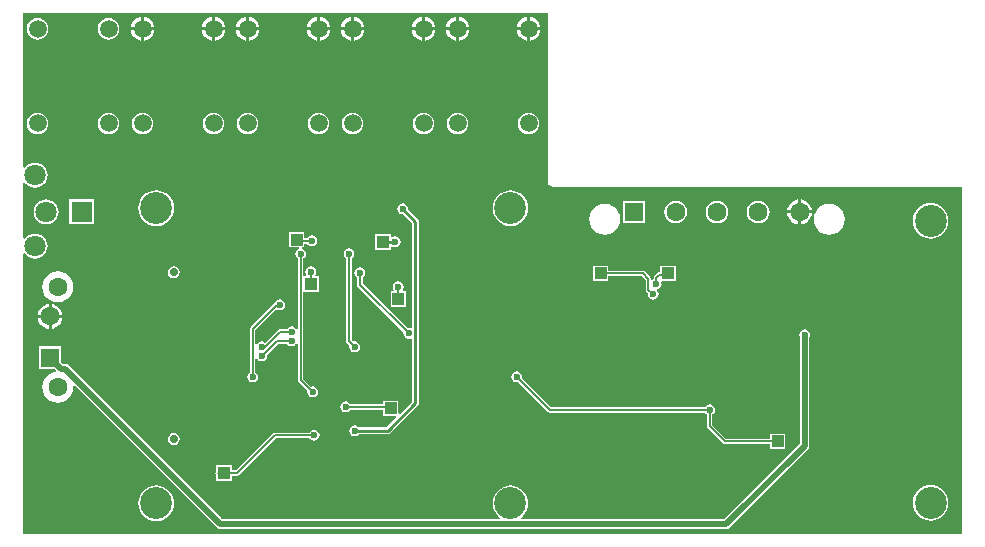
<source format=gbl>
G04*
G04 #@! TF.GenerationSoftware,Altium Limited,Altium Designer,20.0.9 (164)*
G04*
G04 Layer_Physical_Order=2*
G04 Layer_Color=16711680*
%FSLAX25Y25*%
%MOIN*%
G70*
G01*
G75*
%ADD11C,0.01968*%
%ADD13C,0.01000*%
%ADD58R,0.03937X0.03937*%
%ADD61C,0.00606*%
%ADD63R,0.07087X0.07087*%
%ADD64C,0.07087*%
%ADD65R,0.06299X0.06299*%
%ADD66C,0.06299*%
%ADD67R,0.06299X0.06299*%
%ADD68C,0.10630*%
%ADD69C,0.05906*%
%ADD70C,0.02756*%
%ADD71C,0.05000*%
%ADD72C,0.02362*%
G36*
X176369Y119000D02*
X176493Y118376D01*
X176847Y117847D01*
X177376Y117493D01*
X178000Y117369D01*
X314369D01*
Y1631D01*
X1631Y1631D01*
X1631Y94982D01*
X2131Y95151D01*
X2533Y94628D01*
X3399Y93963D01*
X4407Y93546D01*
X5488Y93404D01*
X6570Y93546D01*
X7578Y93963D01*
X8443Y94628D01*
X9107Y95493D01*
X9525Y96501D01*
X9667Y97583D01*
X9525Y98664D01*
X9107Y99672D01*
X8443Y100538D01*
X7578Y101202D01*
X6570Y101619D01*
X5488Y101762D01*
X4407Y101619D01*
X3399Y101202D01*
X2533Y100538D01*
X2131Y100014D01*
X1631Y100184D01*
Y118604D01*
X2131Y118773D01*
X2533Y118250D01*
X3399Y117586D01*
X4407Y117168D01*
X5488Y117026D01*
X6570Y117168D01*
X7578Y117586D01*
X8443Y118250D01*
X9107Y119115D01*
X9525Y120123D01*
X9667Y121205D01*
X9525Y122286D01*
X9107Y123294D01*
X8443Y124160D01*
X7578Y124824D01*
X6570Y125241D01*
X5488Y125384D01*
X4407Y125241D01*
X3399Y124824D01*
X2533Y124160D01*
X2131Y123636D01*
X1631Y123806D01*
Y175369D01*
X176369Y175369D01*
Y119000D01*
D02*
G37*
%LPC*%
G36*
X146878Y173921D02*
Y170500D01*
X150299D01*
X150229Y171032D01*
X149831Y171993D01*
X149197Y172819D01*
X148371Y173453D01*
X147410Y173851D01*
X146878Y173921D01*
D02*
G37*
G36*
X111878D02*
Y170500D01*
X115299D01*
X115229Y171032D01*
X114831Y171993D01*
X114197Y172819D01*
X113371Y173453D01*
X112410Y173851D01*
X111878Y173921D01*
D02*
G37*
G36*
X76878D02*
Y170500D01*
X80299D01*
X80229Y171032D01*
X79831Y171993D01*
X79197Y172819D01*
X78371Y173453D01*
X77410Y173851D01*
X76878Y173921D01*
D02*
G37*
G36*
X110878D02*
X110346Y173851D01*
X109385Y173453D01*
X108559Y172819D01*
X107925Y171993D01*
X107527Y171032D01*
X107457Y170500D01*
X110878D01*
Y173921D01*
D02*
G37*
G36*
X145878D02*
X145346Y173851D01*
X144385Y173453D01*
X143559Y172819D01*
X142925Y171993D01*
X142527Y171032D01*
X142457Y170500D01*
X145878D01*
Y173921D01*
D02*
G37*
G36*
X75878D02*
X75346Y173851D01*
X74384Y173453D01*
X73559Y172819D01*
X72925Y171993D01*
X72527Y171032D01*
X72457Y170500D01*
X75878D01*
Y173921D01*
D02*
G37*
G36*
X170500D02*
Y170500D01*
X173921D01*
X173851Y171032D01*
X173453Y171993D01*
X172819Y172819D01*
X171993Y173453D01*
X171032Y173851D01*
X170500Y173921D01*
D02*
G37*
G36*
X135500D02*
Y170500D01*
X138921D01*
X138851Y171032D01*
X138453Y171993D01*
X137819Y172819D01*
X136993Y173453D01*
X136032Y173851D01*
X135500Y173921D01*
D02*
G37*
G36*
X100500D02*
Y170500D01*
X103921D01*
X103851Y171032D01*
X103453Y171993D01*
X102819Y172819D01*
X101993Y173453D01*
X101032Y173851D01*
X100500Y173921D01*
D02*
G37*
G36*
X65500D02*
Y170500D01*
X68921D01*
X68851Y171032D01*
X68453Y171993D01*
X67819Y172819D01*
X66993Y173453D01*
X66032Y173851D01*
X65500Y173921D01*
D02*
G37*
G36*
X41878D02*
Y170500D01*
X45299D01*
X45229Y171032D01*
X44831Y171993D01*
X44197Y172819D01*
X43371Y173453D01*
X42410Y173851D01*
X41878Y173921D01*
D02*
G37*
G36*
X169500D02*
X168968Y173851D01*
X168007Y173453D01*
X167181Y172819D01*
X166547Y171993D01*
X166149Y171032D01*
X166079Y170500D01*
X169500D01*
Y173921D01*
D02*
G37*
G36*
X134500D02*
X133968Y173851D01*
X133007Y173453D01*
X132181Y172819D01*
X131547Y171993D01*
X131149Y171032D01*
X131079Y170500D01*
X134500D01*
Y173921D01*
D02*
G37*
G36*
X99500D02*
X98968Y173851D01*
X98007Y173453D01*
X97181Y172819D01*
X96547Y171993D01*
X96149Y171032D01*
X96079Y170500D01*
X99500D01*
Y173921D01*
D02*
G37*
G36*
X64500D02*
X63968Y173851D01*
X63007Y173453D01*
X62181Y172819D01*
X61547Y171993D01*
X61149Y171032D01*
X61079Y170500D01*
X64500D01*
Y173921D01*
D02*
G37*
G36*
X40878D02*
X40346Y173851D01*
X39384Y173453D01*
X38559Y172819D01*
X37925Y171993D01*
X37527Y171032D01*
X37457Y170500D01*
X40878D01*
Y173921D01*
D02*
G37*
G36*
X30000Y173583D02*
X29073Y173461D01*
X28208Y173103D01*
X27466Y172534D01*
X26897Y171792D01*
X26539Y170927D01*
X26417Y170000D01*
X26539Y169073D01*
X26897Y168208D01*
X27466Y167466D01*
X28208Y166897D01*
X29073Y166539D01*
X30000Y166417D01*
X30927Y166539D01*
X31792Y166897D01*
X32534Y167466D01*
X33103Y168208D01*
X33461Y169073D01*
X33583Y170000D01*
X33461Y170927D01*
X33103Y171792D01*
X32534Y172534D01*
X31792Y173103D01*
X30927Y173461D01*
X30000Y173583D01*
D02*
G37*
G36*
X6378D02*
X5451Y173461D01*
X4586Y173103D01*
X3844Y172534D01*
X3275Y171792D01*
X2917Y170927D01*
X2795Y170000D01*
X2917Y169073D01*
X3275Y168208D01*
X3844Y167466D01*
X4586Y166897D01*
X5451Y166539D01*
X6378Y166417D01*
X7305Y166539D01*
X8170Y166897D01*
X8912Y167466D01*
X9481Y168208D01*
X9839Y169073D01*
X9961Y170000D01*
X9839Y170927D01*
X9481Y171792D01*
X8912Y172534D01*
X8170Y173103D01*
X7305Y173461D01*
X6378Y173583D01*
D02*
G37*
G36*
X150299Y169500D02*
X146878D01*
Y166079D01*
X147410Y166149D01*
X148371Y166547D01*
X149197Y167181D01*
X149831Y168007D01*
X150229Y168968D01*
X150299Y169500D01*
D02*
G37*
G36*
X115299D02*
X111878D01*
Y166079D01*
X112410Y166149D01*
X113371Y166547D01*
X114197Y167181D01*
X114831Y168007D01*
X115229Y168968D01*
X115299Y169500D01*
D02*
G37*
G36*
X80299D02*
X76878D01*
Y166079D01*
X77410Y166149D01*
X78371Y166547D01*
X79197Y167181D01*
X79831Y168007D01*
X80229Y168968D01*
X80299Y169500D01*
D02*
G37*
G36*
X103921Y169500D02*
X100500D01*
Y166079D01*
X101032Y166149D01*
X101993Y166547D01*
X102819Y167181D01*
X103453Y168007D01*
X103851Y168968D01*
X103921Y169500D01*
D02*
G37*
G36*
X173921D02*
X170500D01*
Y166079D01*
X171032Y166149D01*
X171993Y166547D01*
X172819Y167181D01*
X173453Y168007D01*
X173851Y168968D01*
X173921Y169500D01*
D02*
G37*
G36*
X138921D02*
X135500D01*
Y166079D01*
X136032Y166149D01*
X136993Y166547D01*
X137819Y167181D01*
X138453Y168007D01*
X138851Y168968D01*
X138921Y169500D01*
D02*
G37*
G36*
X68921D02*
X65500D01*
Y166079D01*
X66032Y166149D01*
X66993Y166547D01*
X67819Y167181D01*
X68453Y168007D01*
X68851Y168968D01*
X68921Y169500D01*
D02*
G37*
G36*
X45299D02*
X41878D01*
Y166079D01*
X42410Y166149D01*
X43371Y166547D01*
X44197Y167181D01*
X44831Y168007D01*
X45229Y168968D01*
X45299Y169500D01*
D02*
G37*
G36*
X64500D02*
X61079D01*
X61149Y168968D01*
X61547Y168007D01*
X62181Y167181D01*
X63007Y166547D01*
X63968Y166149D01*
X64500Y166079D01*
Y169500D01*
D02*
G37*
G36*
X40878D02*
X37457D01*
X37527Y168968D01*
X37925Y168007D01*
X38559Y167181D01*
X39384Y166547D01*
X40346Y166149D01*
X40878Y166079D01*
Y169500D01*
D02*
G37*
G36*
X169500D02*
X166079D01*
X166149Y168968D01*
X166547Y168007D01*
X167181Y167181D01*
X168007Y166547D01*
X168968Y166149D01*
X169500Y166079D01*
Y169500D01*
D02*
G37*
G36*
X134500D02*
X131079D01*
X131149Y168968D01*
X131547Y168007D01*
X132181Y167181D01*
X133007Y166547D01*
X133968Y166149D01*
X134500Y166079D01*
Y169500D01*
D02*
G37*
G36*
X99500D02*
X96079D01*
X96149Y168968D01*
X96547Y168007D01*
X97181Y167181D01*
X98007Y166547D01*
X98968Y166149D01*
X99500Y166079D01*
Y169500D01*
D02*
G37*
G36*
X145878Y169500D02*
X142457D01*
X142527Y168968D01*
X142925Y168007D01*
X143559Y167181D01*
X144385Y166547D01*
X145346Y166149D01*
X145878Y166079D01*
Y169500D01*
D02*
G37*
G36*
X110878D02*
X107457D01*
X107527Y168968D01*
X107925Y168007D01*
X108559Y167181D01*
X109385Y166547D01*
X110346Y166149D01*
X110878Y166079D01*
Y169500D01*
D02*
G37*
G36*
X75878D02*
X72457D01*
X72527Y168968D01*
X72925Y168007D01*
X73559Y167181D01*
X74384Y166547D01*
X75346Y166149D01*
X75878Y166079D01*
Y169500D01*
D02*
G37*
G36*
X170000Y142087D02*
X169073Y141965D01*
X168208Y141607D01*
X167466Y141038D01*
X166897Y140296D01*
X166539Y139431D01*
X166417Y138504D01*
X166539Y137576D01*
X166897Y136712D01*
X167466Y135970D01*
X168208Y135401D01*
X169073Y135043D01*
X170000Y134921D01*
X170927Y135043D01*
X171792Y135401D01*
X172534Y135970D01*
X173103Y136712D01*
X173461Y137576D01*
X173583Y138504D01*
X173461Y139431D01*
X173103Y140296D01*
X172534Y141038D01*
X171792Y141607D01*
X170927Y141965D01*
X170000Y142087D01*
D02*
G37*
G36*
X146378D02*
X145450Y141965D01*
X144586Y141607D01*
X143844Y141038D01*
X143275Y140296D01*
X142917Y139431D01*
X142795Y138504D01*
X142917Y137576D01*
X143275Y136712D01*
X143844Y135970D01*
X144586Y135401D01*
X145450Y135043D01*
X146378Y134921D01*
X147305Y135043D01*
X148170Y135401D01*
X148912Y135970D01*
X149481Y136712D01*
X149839Y137576D01*
X149961Y138504D01*
X149839Y139431D01*
X149481Y140296D01*
X148912Y141038D01*
X148170Y141607D01*
X147305Y141965D01*
X146378Y142087D01*
D02*
G37*
G36*
X135000D02*
X134073Y141965D01*
X133208Y141607D01*
X132466Y141038D01*
X131897Y140296D01*
X131539Y139431D01*
X131417Y138504D01*
X131539Y137576D01*
X131897Y136712D01*
X132466Y135970D01*
X133208Y135401D01*
X134073Y135043D01*
X135000Y134921D01*
X135927Y135043D01*
X136792Y135401D01*
X137534Y135970D01*
X138103Y136712D01*
X138461Y137576D01*
X138583Y138504D01*
X138461Y139431D01*
X138103Y140296D01*
X137534Y141038D01*
X136792Y141607D01*
X135927Y141965D01*
X135000Y142087D01*
D02*
G37*
G36*
X111378D02*
X110450Y141965D01*
X109586Y141607D01*
X108844Y141038D01*
X108275Y140296D01*
X107917Y139431D01*
X107794Y138504D01*
X107917Y137576D01*
X108275Y136712D01*
X108844Y135970D01*
X109586Y135401D01*
X110450Y135043D01*
X111378Y134921D01*
X112305Y135043D01*
X113170Y135401D01*
X113912Y135970D01*
X114481Y136712D01*
X114839Y137576D01*
X114961Y138504D01*
X114839Y139431D01*
X114481Y140296D01*
X113912Y141038D01*
X113170Y141607D01*
X112305Y141965D01*
X111378Y142087D01*
D02*
G37*
G36*
X100000D02*
X99073Y141965D01*
X98208Y141607D01*
X97466Y141038D01*
X96897Y140296D01*
X96539Y139431D01*
X96417Y138504D01*
X96539Y137576D01*
X96897Y136712D01*
X97466Y135970D01*
X98208Y135401D01*
X99073Y135043D01*
X100000Y134921D01*
X100927Y135043D01*
X101792Y135401D01*
X102534Y135970D01*
X103103Y136712D01*
X103461Y137576D01*
X103583Y138504D01*
X103461Y139431D01*
X103103Y140296D01*
X102534Y141038D01*
X101792Y141607D01*
X100927Y141965D01*
X100000Y142087D01*
D02*
G37*
G36*
X76378D02*
X75450Y141965D01*
X74586Y141607D01*
X73844Y141038D01*
X73275Y140296D01*
X72917Y139431D01*
X72795Y138504D01*
X72917Y137576D01*
X73275Y136712D01*
X73844Y135970D01*
X74586Y135401D01*
X75450Y135043D01*
X76378Y134921D01*
X77305Y135043D01*
X78170Y135401D01*
X78912Y135970D01*
X79481Y136712D01*
X79839Y137576D01*
X79961Y138504D01*
X79839Y139431D01*
X79481Y140296D01*
X78912Y141038D01*
X78170Y141607D01*
X77305Y141965D01*
X76378Y142087D01*
D02*
G37*
G36*
X65000D02*
X64073Y141965D01*
X63208Y141607D01*
X62466Y141038D01*
X61897Y140296D01*
X61539Y139431D01*
X61417Y138504D01*
X61539Y137576D01*
X61897Y136712D01*
X62466Y135970D01*
X63208Y135401D01*
X64073Y135043D01*
X65000Y134921D01*
X65927Y135043D01*
X66792Y135401D01*
X67534Y135970D01*
X68103Y136712D01*
X68461Y137576D01*
X68583Y138504D01*
X68461Y139431D01*
X68103Y140296D01*
X67534Y141038D01*
X66792Y141607D01*
X65927Y141965D01*
X65000Y142087D01*
D02*
G37*
G36*
X41378D02*
X40451Y141965D01*
X39586Y141607D01*
X38844Y141038D01*
X38275Y140296D01*
X37917Y139431D01*
X37795Y138504D01*
X37917Y137576D01*
X38275Y136712D01*
X38844Y135970D01*
X39586Y135401D01*
X40451Y135043D01*
X41378Y134921D01*
X42305Y135043D01*
X43170Y135401D01*
X43912Y135970D01*
X44481Y136712D01*
X44839Y137576D01*
X44961Y138504D01*
X44839Y139431D01*
X44481Y140296D01*
X43912Y141038D01*
X43170Y141607D01*
X42305Y141965D01*
X41378Y142087D01*
D02*
G37*
G36*
X30000D02*
X29073Y141965D01*
X28208Y141607D01*
X27466Y141038D01*
X26897Y140296D01*
X26539Y139431D01*
X26417Y138504D01*
X26539Y137576D01*
X26897Y136712D01*
X27466Y135970D01*
X28208Y135401D01*
X29073Y135043D01*
X30000Y134921D01*
X30927Y135043D01*
X31792Y135401D01*
X32534Y135970D01*
X33103Y136712D01*
X33461Y137576D01*
X33583Y138504D01*
X33461Y139431D01*
X33103Y140296D01*
X32534Y141038D01*
X31792Y141607D01*
X30927Y141965D01*
X30000Y142087D01*
D02*
G37*
G36*
X6378D02*
X5451Y141965D01*
X4586Y141607D01*
X3844Y141038D01*
X3275Y140296D01*
X2917Y139431D01*
X2795Y138504D01*
X2917Y137576D01*
X3275Y136712D01*
X3844Y135970D01*
X4586Y135401D01*
X5451Y135043D01*
X6378Y134921D01*
X7305Y135043D01*
X8170Y135401D01*
X8912Y135970D01*
X9481Y136712D01*
X9839Y137576D01*
X9961Y138504D01*
X9839Y139431D01*
X9481Y140296D01*
X8912Y141038D01*
X8170Y141607D01*
X7305Y141965D01*
X6378Y142087D01*
D02*
G37*
G36*
X260839Y113120D02*
Y109500D01*
X264458D01*
X264381Y110083D01*
X263963Y111093D01*
X263298Y111960D01*
X262431Y112625D01*
X261422Y113043D01*
X260839Y113120D01*
D02*
G37*
G36*
X259839D02*
X259255Y113043D01*
X258246Y112625D01*
X257379Y111960D01*
X256714Y111093D01*
X256296Y110083D01*
X256219Y109500D01*
X259839D01*
Y113120D01*
D02*
G37*
G36*
X208970Y112750D02*
X201471D01*
Y105250D01*
X208970D01*
Y112750D01*
D02*
G37*
G36*
X246559Y112782D02*
X245580Y112653D01*
X244668Y112275D01*
X243885Y111674D01*
X243284Y110891D01*
X242906Y109979D01*
X242777Y109000D01*
X242906Y108021D01*
X243284Y107109D01*
X243885Y106326D01*
X244668Y105725D01*
X245580Y105347D01*
X246559Y105218D01*
X247538Y105347D01*
X248450Y105725D01*
X249233Y106326D01*
X249834Y107109D01*
X250212Y108021D01*
X250341Y109000D01*
X250212Y109979D01*
X249834Y110891D01*
X249233Y111674D01*
X248450Y112275D01*
X247538Y112653D01*
X246559Y112782D01*
D02*
G37*
G36*
X232780D02*
X231801Y112653D01*
X230889Y112275D01*
X230105Y111674D01*
X229504Y110891D01*
X229126Y109979D01*
X228998Y109000D01*
X229126Y108021D01*
X229504Y107109D01*
X230105Y106326D01*
X230889Y105725D01*
X231801Y105347D01*
X232780Y105218D01*
X233758Y105347D01*
X234670Y105725D01*
X235454Y106326D01*
X236055Y107109D01*
X236433Y108021D01*
X236561Y109000D01*
X236433Y109979D01*
X236055Y110891D01*
X235454Y111674D01*
X234670Y112275D01*
X233758Y112653D01*
X232780Y112782D01*
D02*
G37*
G36*
X219000D02*
X218021Y112653D01*
X217109Y112275D01*
X216326Y111674D01*
X215725Y110891D01*
X215347Y109979D01*
X215218Y109000D01*
X215347Y108021D01*
X215725Y107109D01*
X216326Y106326D01*
X217109Y105725D01*
X218021Y105347D01*
X219000Y105218D01*
X219979Y105347D01*
X220891Y105725D01*
X221674Y106326D01*
X222275Y107109D01*
X222653Y108021D01*
X222782Y109000D01*
X222653Y109979D01*
X222275Y110891D01*
X221674Y111674D01*
X220891Y112275D01*
X219979Y112653D01*
X219000Y112782D01*
D02*
G37*
G36*
X264458Y108500D02*
X260839D01*
Y104880D01*
X261422Y104957D01*
X262431Y105375D01*
X263298Y106041D01*
X263963Y106907D01*
X264381Y107917D01*
X264458Y108500D01*
D02*
G37*
G36*
X259839D02*
X256219D01*
X256296Y107917D01*
X256714Y106907D01*
X257379Y106041D01*
X258246Y105375D01*
X259255Y104957D01*
X259839Y104880D01*
Y108500D01*
D02*
G37*
G36*
X25143Y113143D02*
X16857D01*
Y104857D01*
X25143D01*
Y113143D01*
D02*
G37*
G36*
X9189Y113179D02*
X8107Y113037D01*
X7100Y112619D01*
X6234Y111955D01*
X5570Y111090D01*
X5152Y110082D01*
X5010Y109000D01*
X5152Y107918D01*
X5570Y106911D01*
X6234Y106045D01*
X7100Y105381D01*
X8107Y104963D01*
X9189Y104821D01*
X10271Y104963D01*
X11278Y105381D01*
X12144Y106045D01*
X12808Y106911D01*
X13226Y107918D01*
X13368Y109000D01*
X13226Y110082D01*
X12808Y111090D01*
X12144Y111955D01*
X11278Y112619D01*
X10271Y113037D01*
X9189Y113179D01*
D02*
G37*
G36*
X163953Y116211D02*
X162793Y116097D01*
X161678Y115759D01*
X160651Y115210D01*
X159750Y114471D01*
X159011Y113570D01*
X158462Y112542D01*
X158123Y111427D01*
X158009Y110268D01*
X158123Y109108D01*
X158462Y107993D01*
X159011Y106966D01*
X159750Y106065D01*
X160651Y105326D01*
X161678Y104777D01*
X162793Y104438D01*
X163953Y104324D01*
X165112Y104438D01*
X166227Y104777D01*
X167255Y105326D01*
X168156Y106065D01*
X168895Y106966D01*
X169444Y107993D01*
X169782Y109108D01*
X169896Y110268D01*
X169782Y111427D01*
X169444Y112542D01*
X168895Y113570D01*
X168156Y114471D01*
X167255Y115210D01*
X166227Y115759D01*
X165112Y116097D01*
X163953Y116211D01*
D02*
G37*
G36*
X45842D02*
X44683Y116097D01*
X43568Y115759D01*
X42540Y115210D01*
X41640Y114471D01*
X40901Y113570D01*
X40351Y112542D01*
X40013Y111427D01*
X39899Y110268D01*
X40013Y109108D01*
X40351Y107993D01*
X40901Y106966D01*
X41640Y106065D01*
X42540Y105326D01*
X43568Y104777D01*
X44683Y104438D01*
X45842Y104324D01*
X47002Y104438D01*
X48117Y104777D01*
X49145Y105326D01*
X50045Y106065D01*
X50784Y106966D01*
X51334Y107993D01*
X51672Y109108D01*
X51786Y110268D01*
X51672Y111427D01*
X51334Y112542D01*
X50784Y113570D01*
X50045Y114471D01*
X49145Y115210D01*
X48117Y115759D01*
X47002Y116097D01*
X45842Y116211D01*
D02*
G37*
G36*
X270181Y111691D02*
X268843Y111515D01*
X267595Y110999D01*
X266524Y110177D01*
X265702Y109106D01*
X265185Y107858D01*
X265009Y106520D01*
X265185Y105181D01*
X265702Y103934D01*
X266524Y102863D01*
X267595Y102041D01*
X268843Y101524D01*
X270181Y101348D01*
X271520Y101524D01*
X272767Y102041D01*
X273838Y102863D01*
X274660Y103934D01*
X275177Y105181D01*
X275353Y106520D01*
X275177Y107858D01*
X274660Y109106D01*
X273838Y110177D01*
X272767Y110999D01*
X271520Y111515D01*
X270181Y111691D01*
D02*
G37*
G36*
X195378D02*
X194039Y111515D01*
X192792Y110999D01*
X191721Y110177D01*
X190899Y109106D01*
X190382Y107858D01*
X190206Y106520D01*
X190382Y105181D01*
X190899Y103934D01*
X191721Y102863D01*
X192792Y102041D01*
X194039Y101524D01*
X195378Y101348D01*
X196716Y101524D01*
X197964Y102041D01*
X199035Y102863D01*
X199857Y103934D01*
X200374Y105181D01*
X200550Y106520D01*
X200374Y107858D01*
X199857Y109106D01*
X199035Y110177D01*
X197964Y110999D01*
X196716Y111515D01*
X195378Y111691D01*
D02*
G37*
G36*
X304000Y111944D02*
X302840Y111829D01*
X301726Y111491D01*
X300698Y110942D01*
X299797Y110203D01*
X299058Y109302D01*
X298509Y108274D01*
X298171Y107159D01*
X298056Y106000D01*
X298171Y104841D01*
X298509Y103726D01*
X299058Y102698D01*
X299797Y101797D01*
X300698Y101058D01*
X301726Y100509D01*
X302840Y100171D01*
X304000Y100056D01*
X305159Y100171D01*
X306275Y100509D01*
X307302Y101058D01*
X308203Y101797D01*
X308942Y102698D01*
X309491Y103726D01*
X309829Y104841D01*
X309944Y106000D01*
X309829Y107159D01*
X309491Y108274D01*
X308942Y109302D01*
X308203Y110203D01*
X307302Y110942D01*
X306275Y111491D01*
X305159Y111829D01*
X304000Y111944D01*
D02*
G37*
G36*
X95299Y102338D02*
X90162D01*
Y97201D01*
X93372D01*
X93422Y96701D01*
X93305Y96678D01*
X92716Y96284D01*
X92322Y95695D01*
X92184Y95000D01*
X92322Y94305D01*
X92716Y93716D01*
X93079Y93473D01*
Y69994D01*
X92579Y69842D01*
X92284Y70284D01*
X91695Y70678D01*
X91000Y70816D01*
X90305Y70678D01*
X89716Y70284D01*
X89473Y69921D01*
X87294D01*
X86942Y69851D01*
X86643Y69651D01*
X82279Y65287D01*
X81695Y65678D01*
X81000Y65816D01*
X80305Y65678D01*
X79716Y65284D01*
X79421Y64842D01*
X78921Y64994D01*
Y69566D01*
X85928Y76574D01*
X86305Y76322D01*
X87000Y76184D01*
X87695Y76322D01*
X88284Y76716D01*
X88678Y77305D01*
X88816Y78000D01*
X88678Y78695D01*
X88284Y79284D01*
X87695Y79678D01*
X87000Y79816D01*
X86305Y79678D01*
X85716Y79284D01*
X85322Y78695D01*
X85292Y78542D01*
X77349Y70599D01*
X77149Y70300D01*
X77079Y69948D01*
Y55527D01*
X76716Y55284D01*
X76322Y54695D01*
X76184Y54000D01*
X76322Y53305D01*
X76716Y52716D01*
X77305Y52322D01*
X78000Y52184D01*
X78695Y52322D01*
X79284Y52716D01*
X79678Y53305D01*
X79816Y54000D01*
X79678Y54695D01*
X79284Y55284D01*
X78921Y55527D01*
Y60006D01*
X79421Y60158D01*
X79716Y59716D01*
X80305Y59322D01*
X81000Y59184D01*
X81695Y59322D01*
X82284Y59716D01*
X82678Y60305D01*
X82816Y61000D01*
X82731Y61428D01*
X86381Y65079D01*
X89473D01*
X89716Y64716D01*
X90305Y64322D01*
X91000Y64184D01*
X91695Y64322D01*
X92284Y64716D01*
X92579Y65158D01*
X93079Y65006D01*
Y53000D01*
X93149Y52648D01*
X93349Y52349D01*
X96269Y49428D01*
X96184Y49000D01*
X96322Y48305D01*
X96716Y47716D01*
X97305Y47322D01*
X98000Y47184D01*
X98695Y47322D01*
X99284Y47716D01*
X99678Y48305D01*
X99816Y49000D01*
X99678Y49695D01*
X99284Y50284D01*
X98695Y50678D01*
X98000Y50816D01*
X97571Y50731D01*
X94921Y53381D01*
Y82432D01*
X100002D01*
Y87568D01*
X99220D01*
X98953Y88068D01*
X99111Y88305D01*
X99249Y89000D01*
X99111Y89695D01*
X98717Y90284D01*
X98128Y90678D01*
X97433Y90816D01*
X96738Y90678D01*
X96149Y90284D01*
X95756Y89695D01*
X95617Y89000D01*
X95756Y88305D01*
X95914Y88068D01*
X95646Y87568D01*
X94921D01*
Y93473D01*
X95284Y93716D01*
X95678Y94305D01*
X95816Y95000D01*
X95678Y95695D01*
X95284Y96284D01*
X94695Y96678D01*
X94578Y96701D01*
X94628Y97201D01*
X95299D01*
Y98387D01*
X96208D01*
X96451Y98024D01*
X97040Y97631D01*
X97735Y97492D01*
X98430Y97631D01*
X99019Y98024D01*
X99413Y98613D01*
X99551Y99308D01*
X99413Y100003D01*
X99019Y100592D01*
X98430Y100986D01*
X97735Y101124D01*
X97040Y100986D01*
X96451Y100592D01*
X96208Y100229D01*
X95299D01*
Y102338D01*
D02*
G37*
G36*
X124068Y101568D02*
X118931D01*
Y96431D01*
X124068D01*
Y97213D01*
X124568Y97480D01*
X124805Y97322D01*
X125500Y97184D01*
X126195Y97322D01*
X126784Y97716D01*
X127178Y98305D01*
X127316Y99000D01*
X127178Y99695D01*
X126784Y100284D01*
X126195Y100678D01*
X125500Y100816D01*
X124805Y100678D01*
X124568Y100520D01*
X124068Y100787D01*
Y101568D01*
D02*
G37*
G36*
X51748Y90828D02*
X50976Y90674D01*
X50322Y90237D01*
X49885Y89583D01*
X49731Y88811D01*
X49885Y88039D01*
X50322Y87385D01*
X50976Y86948D01*
X51748Y86794D01*
X52520Y86948D01*
X53174Y87385D01*
X53611Y88039D01*
X53765Y88811D01*
X53611Y89583D01*
X53174Y90237D01*
X52520Y90674D01*
X51748Y90828D01*
D02*
G37*
G36*
X219069Y91069D02*
X213931D01*
Y88921D01*
X213500D01*
X213148Y88851D01*
X212849Y88651D01*
X211939Y87742D01*
X211740Y87443D01*
X211670Y87090D01*
Y86686D01*
X211284Y86422D01*
X210837Y86611D01*
Y86734D01*
X210767Y87086D01*
X210567Y87385D01*
X208801Y89151D01*
X208502Y89351D01*
X208150Y89421D01*
X196569D01*
Y91069D01*
X191431D01*
Y85931D01*
X196569D01*
Y87579D01*
X207768D01*
X208995Y86352D01*
Y83084D01*
X209065Y82732D01*
X209265Y82433D01*
X209769Y81928D01*
X209684Y81500D01*
X209822Y80805D01*
X210216Y80216D01*
X210805Y79822D01*
X211500Y79684D01*
X212195Y79822D01*
X212784Y80216D01*
X213178Y80805D01*
X213316Y81500D01*
X213178Y82195D01*
X212816Y82737D01*
X212856Y82996D01*
X212951Y83274D01*
X213195Y83322D01*
X213784Y83716D01*
X214178Y84305D01*
X214316Y85000D01*
X214230Y85431D01*
X214575Y85931D01*
X219069D01*
Y91069D01*
D02*
G37*
G36*
X13000Y89172D02*
X11661Y88996D01*
X10414Y88479D01*
X9343Y87657D01*
X8521Y86586D01*
X8004Y85339D01*
X7828Y84000D01*
X8004Y82661D01*
X8521Y81414D01*
X9343Y80343D01*
X10414Y79521D01*
X11661Y79004D01*
X13000Y78828D01*
X14339Y79004D01*
X15586Y79521D01*
X16657Y80343D01*
X17479Y81414D01*
X17996Y82661D01*
X18172Y84000D01*
X17996Y85339D01*
X17479Y86586D01*
X16657Y87657D01*
X15586Y88479D01*
X14339Y88996D01*
X13000Y89172D01*
D02*
G37*
G36*
X126567Y85816D02*
X125872Y85678D01*
X125283Y85284D01*
X124890Y84695D01*
X124751Y84000D01*
X124890Y83305D01*
X125048Y83069D01*
X124780Y82569D01*
X123999D01*
Y77431D01*
X129136D01*
Y82569D01*
X128354D01*
X128087Y83069D01*
X128245Y83305D01*
X128383Y84000D01*
X128245Y84695D01*
X127851Y85284D01*
X127262Y85678D01*
X126567Y85816D01*
D02*
G37*
G36*
X11020Y78277D02*
Y74657D01*
X14639D01*
X14562Y75241D01*
X14144Y76250D01*
X13479Y77117D01*
X12612Y77782D01*
X11603Y78200D01*
X11020Y78277D01*
D02*
G37*
G36*
X10020D02*
X9436Y78200D01*
X8427Y77782D01*
X7560Y77117D01*
X6895Y76250D01*
X6477Y75241D01*
X6400Y74657D01*
X10020D01*
Y78277D01*
D02*
G37*
G36*
X128000Y111816D02*
X127305Y111678D01*
X126716Y111284D01*
X126322Y110695D01*
X126184Y110000D01*
X126322Y109305D01*
X126716Y108716D01*
X127305Y108322D01*
X128000Y108184D01*
X128192Y108222D01*
X131159Y105254D01*
Y70398D01*
X130772Y70190D01*
X130659Y70185D01*
X130000Y70316D01*
X129571Y70231D01*
X114671Y85132D01*
Y87223D01*
X115034Y87466D01*
X115428Y88055D01*
X115566Y88750D01*
X115428Y89445D01*
X115034Y90034D01*
X114445Y90428D01*
X113750Y90566D01*
X113055Y90428D01*
X112466Y90034D01*
X112072Y89445D01*
X111934Y88750D01*
X112072Y88055D01*
X112466Y87466D01*
X112829Y87223D01*
Y84750D01*
X112899Y84398D01*
X113099Y84099D01*
X128269Y68928D01*
X128184Y68500D01*
X128322Y67805D01*
X128716Y67216D01*
X129305Y66822D01*
X130000Y66684D01*
X130659Y66815D01*
X130772Y66810D01*
X131159Y66602D01*
Y45746D01*
X127030Y41617D01*
X126568Y41808D01*
Y46069D01*
X121432D01*
Y44921D01*
X110527D01*
X110284Y45284D01*
X109695Y45678D01*
X109000Y45816D01*
X108305Y45678D01*
X107716Y45284D01*
X107322Y44695D01*
X107184Y44000D01*
X107322Y43305D01*
X107716Y42716D01*
X108305Y42322D01*
X109000Y42184D01*
X109695Y42322D01*
X110284Y42716D01*
X110527Y43079D01*
X121432D01*
Y40931D01*
X125692D01*
X125883Y40470D01*
X122535Y37122D01*
X113393D01*
X113284Y37284D01*
X112695Y37678D01*
X112000Y37816D01*
X111305Y37678D01*
X110716Y37284D01*
X110322Y36695D01*
X110184Y36000D01*
X110322Y35305D01*
X110716Y34716D01*
X111305Y34322D01*
X112000Y34184D01*
X112695Y34322D01*
X113284Y34716D01*
X113393Y34878D01*
X123000D01*
X123000Y34878D01*
X123429Y34964D01*
X123793Y35207D01*
X133074Y44488D01*
X133074Y44488D01*
X133317Y44852D01*
X133403Y45281D01*
X133403Y45281D01*
Y105719D01*
X133403Y105719D01*
X133317Y106148D01*
X133074Y106512D01*
X129778Y109808D01*
X129816Y110000D01*
X129678Y110695D01*
X129284Y111284D01*
X128695Y111678D01*
X128000Y111816D01*
D02*
G37*
G36*
X14639Y73658D02*
X11020D01*
Y70038D01*
X11603Y70115D01*
X12612Y70533D01*
X13479Y71198D01*
X14144Y72065D01*
X14562Y73074D01*
X14639Y73658D01*
D02*
G37*
G36*
X10020D02*
X6400D01*
X6477Y73074D01*
X6895Y72065D01*
X7560Y71198D01*
X8427Y70533D01*
X9436Y70115D01*
X10020Y70038D01*
Y73658D01*
D02*
G37*
G36*
X110154Y96816D02*
X109459Y96678D01*
X108870Y96284D01*
X108476Y95695D01*
X108338Y95000D01*
X108476Y94305D01*
X108870Y93716D01*
X109233Y93473D01*
Y65846D01*
X109303Y65494D01*
X109503Y65195D01*
X110269Y64429D01*
X110184Y64000D01*
X110322Y63305D01*
X110716Y62716D01*
X111305Y62322D01*
X112000Y62184D01*
X112695Y62322D01*
X113284Y62716D01*
X113678Y63305D01*
X113816Y64000D01*
X113678Y64695D01*
X113284Y65284D01*
X112695Y65678D01*
X112000Y65816D01*
X111572Y65731D01*
X111075Y66228D01*
Y93473D01*
X111438Y93716D01*
X111832Y94305D01*
X111970Y95000D01*
X111832Y95695D01*
X111438Y96284D01*
X110849Y96678D01*
X110154Y96816D01*
D02*
G37*
G36*
X98500Y36316D02*
X97805Y36178D01*
X97216Y35784D01*
X96973Y35421D01*
X85448D01*
X85095Y35351D01*
X84796Y35151D01*
X72566Y22921D01*
X71069D01*
Y24568D01*
X65931D01*
Y22706D01*
X65849Y22651D01*
X65649Y22352D01*
X65579Y22000D01*
X65649Y21648D01*
X65849Y21349D01*
X65931Y21294D01*
Y19432D01*
X71069D01*
Y21079D01*
X72948D01*
X73300Y21149D01*
X73599Y21349D01*
X85829Y33579D01*
X96973D01*
X97216Y33216D01*
X97805Y32822D01*
X98500Y32684D01*
X99195Y32822D01*
X99784Y33216D01*
X100178Y33805D01*
X100316Y34500D01*
X100178Y35195D01*
X99784Y35784D01*
X99195Y36178D01*
X98500Y36316D01*
D02*
G37*
G36*
X51748Y35316D02*
X50976Y35162D01*
X50322Y34725D01*
X49885Y34071D01*
X49731Y33299D01*
X49885Y32527D01*
X50322Y31873D01*
X50976Y31436D01*
X51748Y31282D01*
X52520Y31436D01*
X53174Y31873D01*
X53611Y32527D01*
X53765Y33299D01*
X53611Y34071D01*
X53174Y34725D01*
X52520Y35162D01*
X51748Y35316D01*
D02*
G37*
G36*
X166000Y55816D02*
X165305Y55678D01*
X164716Y55284D01*
X164322Y54695D01*
X164184Y54000D01*
X164322Y53305D01*
X164716Y52716D01*
X165305Y52322D01*
X166000Y52184D01*
X166428Y52269D01*
X176349Y42349D01*
X176648Y42149D01*
X177000Y42079D01*
X228816D01*
X229058Y41716D01*
X229422Y41473D01*
Y37657D01*
X229492Y37305D01*
X229691Y37006D01*
X234849Y31849D01*
X235148Y31649D01*
X235500Y31579D01*
X250431D01*
Y29932D01*
X255569D01*
Y35069D01*
X250431D01*
Y33421D01*
X235881D01*
X231263Y38039D01*
Y41473D01*
X231627Y41716D01*
X232020Y42305D01*
X232158Y43000D01*
X232020Y43695D01*
X231627Y44284D01*
X231037Y44678D01*
X230343Y44816D01*
X229648Y44678D01*
X229058Y44284D01*
X228816Y43921D01*
X177381D01*
X167731Y53571D01*
X167816Y54000D01*
X167678Y54695D01*
X167284Y55284D01*
X166695Y55678D01*
X166000Y55816D01*
D02*
G37*
G36*
X262000Y69816D02*
X261305Y69678D01*
X260716Y69284D01*
X260322Y68695D01*
X260184Y68000D01*
X260322Y67305D01*
X260385Y67212D01*
Y31669D01*
X235274Y6559D01*
X167626D01*
X167447Y7059D01*
X168156Y7640D01*
X168895Y8540D01*
X169444Y9568D01*
X169782Y10683D01*
X169896Y11842D01*
X169782Y13002D01*
X169444Y14117D01*
X168895Y15145D01*
X168156Y16045D01*
X167255Y16784D01*
X166227Y17334D01*
X165112Y17672D01*
X163953Y17786D01*
X162793Y17672D01*
X161678Y17334D01*
X160651Y16784D01*
X159750Y16045D01*
X159011Y15145D01*
X158462Y14117D01*
X158123Y13002D01*
X158009Y11842D01*
X158123Y10683D01*
X158462Y9568D01*
X159011Y8540D01*
X159750Y7640D01*
X160458Y7059D01*
X160279Y6559D01*
X67905D01*
X16674Y57789D01*
X16150Y58140D01*
X15532Y58262D01*
X14920D01*
X14269Y58913D01*
Y64127D01*
X6770D01*
Y56628D01*
X11985D01*
X12517Y56096D01*
X12357Y55623D01*
X11661Y55531D01*
X10414Y55014D01*
X9343Y54192D01*
X8521Y53121D01*
X8004Y51874D01*
X7828Y50535D01*
X8004Y49197D01*
X8521Y47949D01*
X9343Y46878D01*
X10414Y46057D01*
X11661Y45540D01*
X13000Y45364D01*
X14339Y45540D01*
X15586Y46057D01*
X16657Y46878D01*
X17479Y47949D01*
X17996Y49197D01*
X18172Y50535D01*
X18099Y51088D01*
X18573Y51322D01*
X66093Y3801D01*
X66617Y3451D01*
X67235Y3328D01*
X235943D01*
X236561Y3451D01*
X237086Y3801D01*
X263142Y29858D01*
X263492Y30382D01*
X263615Y31000D01*
Y67212D01*
X263678Y67305D01*
X263816Y68000D01*
X263678Y68695D01*
X263284Y69284D01*
X262695Y69678D01*
X262000Y69816D01*
D02*
G37*
G36*
X304000Y17944D02*
X302840Y17829D01*
X301726Y17491D01*
X300698Y16942D01*
X299797Y16203D01*
X299058Y15302D01*
X298509Y14275D01*
X298171Y13160D01*
X298056Y12000D01*
X298171Y10841D01*
X298509Y9725D01*
X299058Y8698D01*
X299797Y7797D01*
X300698Y7058D01*
X301726Y6509D01*
X302840Y6171D01*
X304000Y6056D01*
X305159Y6171D01*
X306275Y6509D01*
X307302Y7058D01*
X308203Y7797D01*
X308942Y8698D01*
X309491Y9725D01*
X309829Y10841D01*
X309944Y12000D01*
X309829Y13160D01*
X309491Y14275D01*
X308942Y15302D01*
X308203Y16203D01*
X307302Y16942D01*
X306275Y17491D01*
X305159Y17829D01*
X304000Y17944D01*
D02*
G37*
G36*
X45842Y17786D02*
X44683Y17672D01*
X43568Y17334D01*
X42540Y16784D01*
X41640Y16045D01*
X40901Y15145D01*
X40351Y14117D01*
X40013Y13002D01*
X39899Y11842D01*
X40013Y10683D01*
X40351Y9568D01*
X40901Y8540D01*
X41640Y7640D01*
X42540Y6901D01*
X43568Y6351D01*
X44683Y6013D01*
X45842Y5899D01*
X47002Y6013D01*
X48117Y6351D01*
X49145Y6901D01*
X50045Y7640D01*
X50784Y8540D01*
X51334Y9568D01*
X51672Y10683D01*
X51786Y11842D01*
X51672Y13002D01*
X51334Y14117D01*
X50784Y15145D01*
X50045Y16045D01*
X49145Y16784D01*
X48117Y17334D01*
X47002Y17672D01*
X45842Y17786D01*
D02*
G37*
%LPD*%
D11*
X262000Y31000D02*
Y68000D01*
X235943Y4943D02*
X262000Y31000D01*
X67235Y4943D02*
X235943D01*
X15532Y56647D02*
X67235Y4943D01*
X14250Y56647D02*
X15532D01*
X10520Y60378D02*
X14250Y56647D01*
D13*
X128000Y110000D02*
X132281Y105719D01*
Y45281D02*
Y105719D01*
X123000Y36000D02*
X132281Y45281D01*
X121500Y99000D02*
X125500D01*
X112000Y36000D02*
X123000D01*
D58*
X68500Y22000D02*
D03*
X253000Y32500D02*
D03*
X194000Y88500D02*
D03*
X216500D02*
D03*
X124000Y43500D02*
D03*
X126567Y80000D02*
D03*
X97433Y85000D02*
D03*
X92731Y99769D02*
D03*
X121500Y99000D02*
D03*
D61*
X66500Y22000D02*
X72948D01*
X113750Y84750D02*
X130000Y68500D01*
X113750Y84750D02*
Y88750D01*
X72948Y22000D02*
X85448Y34500D01*
X98500D01*
X235500Y32500D02*
X251000D01*
X230343Y37657D02*
X235500Y32500D01*
X230343Y37657D02*
Y43000D01*
X194000Y88500D02*
X208150D01*
X109000Y44000D02*
X123500D01*
X124000Y43500D01*
X97433Y85000D02*
Y89000D01*
X94000Y53000D02*
Y95000D01*
Y53000D02*
X98000Y49000D01*
X92731Y99769D02*
X93192Y99308D01*
X97735D01*
X126567Y80000D02*
Y84000D01*
X213500Y88000D02*
X216000D01*
X216500Y88500D01*
X212591Y87090D02*
X213500Y88000D01*
X212591Y85091D02*
Y87090D01*
X212500Y85000D02*
X212591Y85091D01*
X209916Y83084D02*
X211500Y81500D01*
X209916Y83084D02*
Y86734D01*
X208150Y88500D02*
X209916Y86734D01*
X110154Y65846D02*
Y95000D01*
Y65846D02*
X112000Y64000D01*
X86052Y78000D02*
X87000D01*
X78000Y69948D02*
X86052Y78000D01*
X87294Y69000D02*
X91000D01*
X82294Y64000D02*
X87294Y69000D01*
X81000Y61000D02*
X86000Y66000D01*
X91000D01*
X81000Y64000D02*
X82294D01*
X78000Y54000D02*
Y69948D01*
X177000Y43000D02*
X230343D01*
X166000Y54000D02*
X177000Y43000D01*
D63*
X21000Y109000D02*
D03*
D64*
X9189D02*
D03*
X5488Y97583D02*
D03*
Y121205D02*
D03*
D65*
X10520Y60378D02*
D03*
D66*
Y74158D02*
D03*
X13000Y50535D02*
D03*
Y84000D02*
D03*
X260339Y109000D02*
D03*
X246559D02*
D03*
X232780D02*
D03*
X219000D02*
D03*
D67*
X205221D02*
D03*
D68*
X304000Y12000D02*
D03*
Y106000D02*
D03*
X45842Y110268D02*
D03*
X163953D02*
D03*
Y11842D02*
D03*
X45842D02*
D03*
D69*
X170000Y138504D02*
D03*
X146378D02*
D03*
Y170000D02*
D03*
X170000D02*
D03*
X135000Y138504D02*
D03*
X111378D02*
D03*
Y170000D02*
D03*
X135000D02*
D03*
X100000Y138504D02*
D03*
X76378D02*
D03*
Y170000D02*
D03*
X100000D02*
D03*
X65000Y138504D02*
D03*
X41378D02*
D03*
Y170000D02*
D03*
X65000D02*
D03*
X30000Y138504D02*
D03*
X6378D02*
D03*
Y170000D02*
D03*
X30000D02*
D03*
D70*
X51748Y33299D02*
D03*
Y88811D02*
D03*
D71*
X85500Y21500D02*
D03*
X181260Y81447D02*
D03*
X181000Y93000D02*
D03*
X78000Y93500D02*
D03*
X82000Y116500D02*
D03*
X92500Y128500D02*
D03*
X141500Y150500D02*
D03*
X134427Y125495D02*
D03*
X71000Y153500D02*
D03*
D72*
X107000Y106000D02*
D03*
X108000Y50000D02*
D03*
X217000Y34000D02*
D03*
X236000Y43000D02*
D03*
X256000Y68000D02*
D03*
X251000Y69000D02*
D03*
X130000Y68500D02*
D03*
X98500Y34500D02*
D03*
X109000Y44000D02*
D03*
X97433Y89000D02*
D03*
X97735Y99308D02*
D03*
X126567Y84000D02*
D03*
X212500Y85000D02*
D03*
X211500Y81500D02*
D03*
X125500Y99000D02*
D03*
X113750Y88750D02*
D03*
X98000Y69000D02*
D03*
X78000Y74000D02*
D03*
X87000D02*
D03*
X91000Y66000D02*
D03*
Y69000D02*
D03*
X78000Y54000D02*
D03*
X81000Y64000D02*
D03*
X81000Y61000D02*
D03*
X87000Y78000D02*
D03*
X95000Y14000D02*
D03*
X112000Y36000D02*
D03*
X203000Y77150D02*
D03*
X128000Y110000D02*
D03*
X98000Y49000D02*
D03*
X94000Y95000D02*
D03*
X57000Y43000D02*
D03*
Y38000D02*
D03*
X262000Y68000D02*
D03*
X230343Y43000D02*
D03*
X166000Y54000D02*
D03*
X110154Y95000D02*
D03*
X112000Y64000D02*
D03*
X38000Y75000D02*
D03*
X11000Y21000D02*
D03*
Y27000D02*
D03*
X71000Y79000D02*
D03*
Y85000D02*
D03*
X77000Y29000D02*
D03*
X81000Y37000D02*
D03*
X250000Y97465D02*
D03*
X209000Y55000D02*
D03*
X225000Y82000D02*
D03*
M02*

</source>
